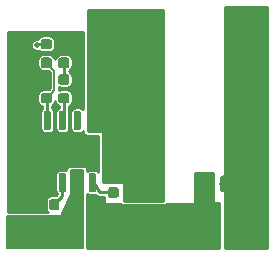
<source format=gtl>
G04 #@! TF.GenerationSoftware,KiCad,Pcbnew,(5.1.0-1558-g0ba0c1724)*
G04 #@! TF.CreationDate,2019-11-25T17:22:07-08:00*
G04 #@! TF.ProjectId,MP-Power,4d502d50-6f77-4657-922e-6b696361645f,rev?*
G04 #@! TF.SameCoordinates,Original*
G04 #@! TF.FileFunction,Copper,L1,Top*
G04 #@! TF.FilePolarity,Positive*
%FSLAX46Y46*%
G04 Gerber Fmt 4.6, Leading zero omitted, Abs format (unit mm)*
G04 Created by KiCad (PCBNEW (5.1.0-1558-g0ba0c1724)) date 2019-11-25 17:22:07*
%MOMM*%
%LPD*%
G04 APERTURE LIST*
%ADD10C,0.100000*%
%ADD11C,0.975000*%
%ADD12C,2.514000*%
%ADD13C,0.500000*%
%ADD14C,0.600000*%
%ADD15C,0.875000*%
%ADD16R,2.900000X5.400000*%
%ADD17R,1.800000X2.500000*%
%ADD18C,1.250000*%
%ADD19C,0.508000*%
%ADD20C,0.250000*%
%ADD21C,0.152400*%
%ADD22C,0.254000*%
G04 APERTURE END LIST*
D10*
G36*
X125649529Y-80568554D02*
G01*
X125728607Y-80621393D01*
X125781446Y-80700471D01*
X125800000Y-80793750D01*
X125800000Y-81706250D01*
X125781446Y-81799529D01*
X125728607Y-81878607D01*
X125649529Y-81931446D01*
X125556250Y-81950000D01*
X125068750Y-81950000D01*
X124975471Y-81931446D01*
X124896393Y-81878607D01*
X124843554Y-81799529D01*
X124825000Y-81706250D01*
X124825000Y-80793750D01*
X124843554Y-80700471D01*
X124896393Y-80621393D01*
X124975471Y-80568554D01*
X125068750Y-80550000D01*
X125556250Y-80550000D01*
X125649529Y-80568554D01*
X125649529Y-80568554D01*
G37*
D11*
X125312500Y-81250000D03*
D10*
G36*
X127524529Y-80568554D02*
G01*
X127603607Y-80621393D01*
X127656446Y-80700471D01*
X127675000Y-80793750D01*
X127675000Y-81706250D01*
X127656446Y-81799529D01*
X127603607Y-81878607D01*
X127524529Y-81931446D01*
X127431250Y-81950000D01*
X126943750Y-81950000D01*
X126850471Y-81931446D01*
X126771393Y-81878607D01*
X126718554Y-81799529D01*
X126700000Y-81706250D01*
X126700000Y-80793750D01*
X126718554Y-80700471D01*
X126771393Y-80621393D01*
X126850471Y-80568554D01*
X126943750Y-80550000D01*
X127431250Y-80550000D01*
X127524529Y-80568554D01*
X127524529Y-80568554D01*
G37*
D11*
X127187500Y-81250000D03*
D10*
G36*
X115445671Y-77262030D02*
G01*
X115526777Y-77316223D01*
X115580970Y-77397329D01*
X115600000Y-77492999D01*
X115600000Y-79507001D01*
X115580970Y-79602671D01*
X115526777Y-79683777D01*
X115445671Y-79737970D01*
X115350001Y-79757000D01*
X112649999Y-79757000D01*
X112554329Y-79737970D01*
X112473223Y-79683777D01*
X112419030Y-79602671D01*
X112400000Y-79507001D01*
X112400000Y-77492999D01*
X112419030Y-77397329D01*
X112473223Y-77316223D01*
X112554329Y-77262030D01*
X112649999Y-77243000D01*
X115350001Y-77243000D01*
X115445671Y-77262030D01*
X115445671Y-77262030D01*
G37*
D12*
X114000000Y-78500000D03*
D13*
X115000000Y-77800000D03*
X115000000Y-79200000D03*
X114000000Y-77800000D03*
X114000000Y-79200000D03*
X113000000Y-77800000D03*
X113000000Y-79200000D03*
D10*
G36*
X116112403Y-75061418D02*
G01*
X116161066Y-75093934D01*
X116193582Y-75142597D01*
X116205000Y-75200000D01*
X116205000Y-76525000D01*
X116193582Y-76582403D01*
X116161066Y-76631066D01*
X116112403Y-76663582D01*
X116055000Y-76675000D01*
X115755000Y-76675000D01*
X115697597Y-76663582D01*
X115648934Y-76631066D01*
X115616418Y-76582403D01*
X115605000Y-76525000D01*
X115605000Y-75200000D01*
X115616418Y-75142597D01*
X115648934Y-75093934D01*
X115697597Y-75061418D01*
X115755000Y-75050000D01*
X116055000Y-75050000D01*
X116112403Y-75061418D01*
X116112403Y-75061418D01*
G37*
D14*
X115905000Y-75862500D03*
D10*
G36*
X114842403Y-75061418D02*
G01*
X114891066Y-75093934D01*
X114923582Y-75142597D01*
X114935000Y-75200000D01*
X114935000Y-76525000D01*
X114923582Y-76582403D01*
X114891066Y-76631066D01*
X114842403Y-76663582D01*
X114785000Y-76675000D01*
X114485000Y-76675000D01*
X114427597Y-76663582D01*
X114378934Y-76631066D01*
X114346418Y-76582403D01*
X114335000Y-76525000D01*
X114335000Y-75200000D01*
X114346418Y-75142597D01*
X114378934Y-75093934D01*
X114427597Y-75061418D01*
X114485000Y-75050000D01*
X114785000Y-75050000D01*
X114842403Y-75061418D01*
X114842403Y-75061418D01*
G37*
D14*
X114635000Y-75862500D03*
D10*
G36*
X113572403Y-75061418D02*
G01*
X113621066Y-75093934D01*
X113653582Y-75142597D01*
X113665000Y-75200000D01*
X113665000Y-76525000D01*
X113653582Y-76582403D01*
X113621066Y-76631066D01*
X113572403Y-76663582D01*
X113515000Y-76675000D01*
X113215000Y-76675000D01*
X113157597Y-76663582D01*
X113108934Y-76631066D01*
X113076418Y-76582403D01*
X113065000Y-76525000D01*
X113065000Y-75200000D01*
X113076418Y-75142597D01*
X113108934Y-75093934D01*
X113157597Y-75061418D01*
X113215000Y-75050000D01*
X113515000Y-75050000D01*
X113572403Y-75061418D01*
X113572403Y-75061418D01*
G37*
D14*
X113365000Y-75862500D03*
D10*
G36*
X112302403Y-75061418D02*
G01*
X112351066Y-75093934D01*
X112383582Y-75142597D01*
X112395000Y-75200000D01*
X112395000Y-76525000D01*
X112383582Y-76582403D01*
X112351066Y-76631066D01*
X112302403Y-76663582D01*
X112245000Y-76675000D01*
X111945000Y-76675000D01*
X111887597Y-76663582D01*
X111838934Y-76631066D01*
X111806418Y-76582403D01*
X111795000Y-76525000D01*
X111795000Y-75200000D01*
X111806418Y-75142597D01*
X111838934Y-75093934D01*
X111887597Y-75061418D01*
X111945000Y-75050000D01*
X112245000Y-75050000D01*
X112302403Y-75061418D01*
X112302403Y-75061418D01*
G37*
D14*
X112095000Y-75862500D03*
D10*
G36*
X112302403Y-80336418D02*
G01*
X112351066Y-80368934D01*
X112383582Y-80417597D01*
X112395000Y-80475000D01*
X112395000Y-81800000D01*
X112383582Y-81857403D01*
X112351066Y-81906066D01*
X112302403Y-81938582D01*
X112245000Y-81950000D01*
X111945000Y-81950000D01*
X111887597Y-81938582D01*
X111838934Y-81906066D01*
X111806418Y-81857403D01*
X111795000Y-81800000D01*
X111795000Y-80475000D01*
X111806418Y-80417597D01*
X111838934Y-80368934D01*
X111887597Y-80336418D01*
X111945000Y-80325000D01*
X112245000Y-80325000D01*
X112302403Y-80336418D01*
X112302403Y-80336418D01*
G37*
D14*
X112095000Y-81137500D03*
D10*
G36*
X113572403Y-80336418D02*
G01*
X113621066Y-80368934D01*
X113653582Y-80417597D01*
X113665000Y-80475000D01*
X113665000Y-81800000D01*
X113653582Y-81857403D01*
X113621066Y-81906066D01*
X113572403Y-81938582D01*
X113515000Y-81950000D01*
X113215000Y-81950000D01*
X113157597Y-81938582D01*
X113108934Y-81906066D01*
X113076418Y-81857403D01*
X113065000Y-81800000D01*
X113065000Y-80475000D01*
X113076418Y-80417597D01*
X113108934Y-80368934D01*
X113157597Y-80336418D01*
X113215000Y-80325000D01*
X113515000Y-80325000D01*
X113572403Y-80336418D01*
X113572403Y-80336418D01*
G37*
D14*
X113365000Y-81137500D03*
D10*
G36*
X114842403Y-80336418D02*
G01*
X114891066Y-80368934D01*
X114923582Y-80417597D01*
X114935000Y-80475000D01*
X114935000Y-81800000D01*
X114923582Y-81857403D01*
X114891066Y-81906066D01*
X114842403Y-81938582D01*
X114785000Y-81950000D01*
X114485000Y-81950000D01*
X114427597Y-81938582D01*
X114378934Y-81906066D01*
X114346418Y-81857403D01*
X114335000Y-81800000D01*
X114335000Y-80475000D01*
X114346418Y-80417597D01*
X114378934Y-80368934D01*
X114427597Y-80336418D01*
X114485000Y-80325000D01*
X114785000Y-80325000D01*
X114842403Y-80336418D01*
X114842403Y-80336418D01*
G37*
D14*
X114635000Y-81137500D03*
D10*
G36*
X116112403Y-80336418D02*
G01*
X116161066Y-80368934D01*
X116193582Y-80417597D01*
X116205000Y-80475000D01*
X116205000Y-81800000D01*
X116193582Y-81857403D01*
X116161066Y-81906066D01*
X116112403Y-81938582D01*
X116055000Y-81950000D01*
X115755000Y-81950000D01*
X115697597Y-81938582D01*
X115648934Y-81906066D01*
X115616418Y-81857403D01*
X115605000Y-81800000D01*
X115605000Y-80475000D01*
X115616418Y-80417597D01*
X115648934Y-80368934D01*
X115697597Y-80336418D01*
X115755000Y-80325000D01*
X116055000Y-80325000D01*
X116112403Y-80336418D01*
X116112403Y-80336418D01*
G37*
D14*
X115905000Y-81137500D03*
D10*
G36*
X112339962Y-71991651D02*
G01*
X112410930Y-72039070D01*
X112458349Y-72110038D01*
X112475000Y-72193750D01*
X112475000Y-72631250D01*
X112458349Y-72714962D01*
X112410930Y-72785930D01*
X112339962Y-72833349D01*
X112256250Y-72850000D01*
X111743750Y-72850000D01*
X111660038Y-72833349D01*
X111589070Y-72785930D01*
X111541651Y-72714962D01*
X111525000Y-72631250D01*
X111525000Y-72193750D01*
X111541651Y-72110038D01*
X111589070Y-72039070D01*
X111660038Y-71991651D01*
X111743750Y-71975000D01*
X112256250Y-71975000D01*
X112339962Y-71991651D01*
X112339962Y-71991651D01*
G37*
D15*
X112000000Y-72412500D03*
D10*
G36*
X112339962Y-73566651D02*
G01*
X112410930Y-73614070D01*
X112458349Y-73685038D01*
X112475000Y-73768750D01*
X112475000Y-74206250D01*
X112458349Y-74289962D01*
X112410930Y-74360930D01*
X112339962Y-74408349D01*
X112256250Y-74425000D01*
X111743750Y-74425000D01*
X111660038Y-74408349D01*
X111589070Y-74360930D01*
X111541651Y-74289962D01*
X111525000Y-74206250D01*
X111525000Y-73768750D01*
X111541651Y-73685038D01*
X111589070Y-73614070D01*
X111660038Y-73566651D01*
X111743750Y-73550000D01*
X112256250Y-73550000D01*
X112339962Y-73566651D01*
X112339962Y-73566651D01*
G37*
D15*
X112000000Y-73987500D03*
D10*
G36*
X112339962Y-70566651D02*
G01*
X112410930Y-70614070D01*
X112458349Y-70685038D01*
X112475000Y-70768750D01*
X112475000Y-71206250D01*
X112458349Y-71289962D01*
X112410930Y-71360930D01*
X112339962Y-71408349D01*
X112256250Y-71425000D01*
X111743750Y-71425000D01*
X111660038Y-71408349D01*
X111589070Y-71360930D01*
X111541651Y-71289962D01*
X111525000Y-71206250D01*
X111525000Y-70768750D01*
X111541651Y-70685038D01*
X111589070Y-70614070D01*
X111660038Y-70566651D01*
X111743750Y-70550000D01*
X112256250Y-70550000D01*
X112339962Y-70566651D01*
X112339962Y-70566651D01*
G37*
D15*
X112000000Y-70987500D03*
D10*
G36*
X112339962Y-68991651D02*
G01*
X112410930Y-69039070D01*
X112458349Y-69110038D01*
X112475000Y-69193750D01*
X112475000Y-69631250D01*
X112458349Y-69714962D01*
X112410930Y-69785930D01*
X112339962Y-69833349D01*
X112256250Y-69850000D01*
X111743750Y-69850000D01*
X111660038Y-69833349D01*
X111589070Y-69785930D01*
X111541651Y-69714962D01*
X111525000Y-69631250D01*
X111525000Y-69193750D01*
X111541651Y-69110038D01*
X111589070Y-69039070D01*
X111660038Y-68991651D01*
X111743750Y-68975000D01*
X112256250Y-68975000D01*
X112339962Y-68991651D01*
X112339962Y-68991651D01*
G37*
D15*
X112000000Y-69412500D03*
D10*
G36*
X113839962Y-68991651D02*
G01*
X113910930Y-69039070D01*
X113958349Y-69110038D01*
X113975000Y-69193750D01*
X113975000Y-69631250D01*
X113958349Y-69714962D01*
X113910930Y-69785930D01*
X113839962Y-69833349D01*
X113756250Y-69850000D01*
X113243750Y-69850000D01*
X113160038Y-69833349D01*
X113089070Y-69785930D01*
X113041651Y-69714962D01*
X113025000Y-69631250D01*
X113025000Y-69193750D01*
X113041651Y-69110038D01*
X113089070Y-69039070D01*
X113160038Y-68991651D01*
X113243750Y-68975000D01*
X113756250Y-68975000D01*
X113839962Y-68991651D01*
X113839962Y-68991651D01*
G37*
D15*
X113500000Y-69412500D03*
D10*
G36*
X113839962Y-70566651D02*
G01*
X113910930Y-70614070D01*
X113958349Y-70685038D01*
X113975000Y-70768750D01*
X113975000Y-71206250D01*
X113958349Y-71289962D01*
X113910930Y-71360930D01*
X113839962Y-71408349D01*
X113756250Y-71425000D01*
X113243750Y-71425000D01*
X113160038Y-71408349D01*
X113089070Y-71360930D01*
X113041651Y-71289962D01*
X113025000Y-71206250D01*
X113025000Y-70768750D01*
X113041651Y-70685038D01*
X113089070Y-70614070D01*
X113160038Y-70566651D01*
X113243750Y-70550000D01*
X113756250Y-70550000D01*
X113839962Y-70566651D01*
X113839962Y-70566651D01*
G37*
D15*
X113500000Y-70987500D03*
D10*
G36*
X111414962Y-82541651D02*
G01*
X111485930Y-82589070D01*
X111533349Y-82660038D01*
X111550000Y-82743750D01*
X111550000Y-83256250D01*
X111533349Y-83339962D01*
X111485930Y-83410930D01*
X111414962Y-83458349D01*
X111331250Y-83475000D01*
X110893750Y-83475000D01*
X110810038Y-83458349D01*
X110739070Y-83410930D01*
X110691651Y-83339962D01*
X110675000Y-83256250D01*
X110675000Y-82743750D01*
X110691651Y-82660038D01*
X110739070Y-82589070D01*
X110810038Y-82541651D01*
X110893750Y-82525000D01*
X111331250Y-82525000D01*
X111414962Y-82541651D01*
X111414962Y-82541651D01*
G37*
D15*
X111112500Y-83000000D03*
D10*
G36*
X112989962Y-82541651D02*
G01*
X113060930Y-82589070D01*
X113108349Y-82660038D01*
X113125000Y-82743750D01*
X113125000Y-83256250D01*
X113108349Y-83339962D01*
X113060930Y-83410930D01*
X112989962Y-83458349D01*
X112906250Y-83475000D01*
X112468750Y-83475000D01*
X112385038Y-83458349D01*
X112314070Y-83410930D01*
X112266651Y-83339962D01*
X112250000Y-83256250D01*
X112250000Y-82743750D01*
X112266651Y-82660038D01*
X112314070Y-82589070D01*
X112385038Y-82541651D01*
X112468750Y-82525000D01*
X112906250Y-82525000D01*
X112989962Y-82541651D01*
X112989962Y-82541651D01*
G37*
D15*
X112687500Y-83000000D03*
D16*
X128750000Y-73000000D03*
X118850000Y-73000000D03*
D17*
X120300000Y-85200000D03*
X120300000Y-81200000D03*
D10*
G36*
X126199529Y-84218554D02*
G01*
X126278607Y-84271393D01*
X126331446Y-84350471D01*
X126350000Y-84443750D01*
X126350000Y-85356250D01*
X126331446Y-85449529D01*
X126278607Y-85528607D01*
X126199529Y-85581446D01*
X126106250Y-85600000D01*
X125618750Y-85600000D01*
X125525471Y-85581446D01*
X125446393Y-85528607D01*
X125393554Y-85449529D01*
X125375000Y-85356250D01*
X125375000Y-84443750D01*
X125393554Y-84350471D01*
X125446393Y-84271393D01*
X125525471Y-84218554D01*
X125618750Y-84200000D01*
X126106250Y-84200000D01*
X126199529Y-84218554D01*
X126199529Y-84218554D01*
G37*
D11*
X125862500Y-84900000D03*
D10*
G36*
X128074529Y-84218554D02*
G01*
X128153607Y-84271393D01*
X128206446Y-84350471D01*
X128225000Y-84443750D01*
X128225000Y-85356250D01*
X128206446Y-85449529D01*
X128153607Y-85528607D01*
X128074529Y-85581446D01*
X127981250Y-85600000D01*
X127493750Y-85600000D01*
X127400471Y-85581446D01*
X127321393Y-85528607D01*
X127268554Y-85449529D01*
X127250000Y-85356250D01*
X127250000Y-84443750D01*
X127268554Y-84350471D01*
X127321393Y-84271393D01*
X127400471Y-84218554D01*
X127493750Y-84200000D01*
X127981250Y-84200000D01*
X128074529Y-84218554D01*
X128074529Y-84218554D01*
G37*
D11*
X127737500Y-84900000D03*
D10*
G36*
X113839962Y-71991651D02*
G01*
X113910930Y-72039070D01*
X113958349Y-72110038D01*
X113975000Y-72193750D01*
X113975000Y-72631250D01*
X113958349Y-72714962D01*
X113910930Y-72785930D01*
X113839962Y-72833349D01*
X113756250Y-72850000D01*
X113243750Y-72850000D01*
X113160038Y-72833349D01*
X113089070Y-72785930D01*
X113041651Y-72714962D01*
X113025000Y-72631250D01*
X113025000Y-72193750D01*
X113041651Y-72110038D01*
X113089070Y-72039070D01*
X113160038Y-71991651D01*
X113243750Y-71975000D01*
X113756250Y-71975000D01*
X113839962Y-71991651D01*
X113839962Y-71991651D01*
G37*
D15*
X113500000Y-72412500D03*
D10*
G36*
X113839962Y-73566651D02*
G01*
X113910930Y-73614070D01*
X113958349Y-73685038D01*
X113975000Y-73768750D01*
X113975000Y-74206250D01*
X113958349Y-74289962D01*
X113910930Y-74360930D01*
X113839962Y-74408349D01*
X113756250Y-74425000D01*
X113243750Y-74425000D01*
X113160038Y-74408349D01*
X113089070Y-74360930D01*
X113041651Y-74289962D01*
X113025000Y-74206250D01*
X113025000Y-73768750D01*
X113041651Y-73685038D01*
X113089070Y-73614070D01*
X113160038Y-73566651D01*
X113243750Y-73550000D01*
X113756250Y-73550000D01*
X113839962Y-73566651D01*
X113839962Y-73566651D01*
G37*
D15*
X113500000Y-73987500D03*
D10*
G36*
X118039962Y-81566651D02*
G01*
X118110930Y-81614070D01*
X118158349Y-81685038D01*
X118175000Y-81768750D01*
X118175000Y-82206250D01*
X118158349Y-82289962D01*
X118110930Y-82360930D01*
X118039962Y-82408349D01*
X117956250Y-82425000D01*
X117443750Y-82425000D01*
X117360038Y-82408349D01*
X117289070Y-82360930D01*
X117241651Y-82289962D01*
X117225000Y-82206250D01*
X117225000Y-81768750D01*
X117241651Y-81685038D01*
X117289070Y-81614070D01*
X117360038Y-81566651D01*
X117443750Y-81550000D01*
X117956250Y-81550000D01*
X118039962Y-81566651D01*
X118039962Y-81566651D01*
G37*
D15*
X117700000Y-81987500D03*
D10*
G36*
X118039962Y-79991651D02*
G01*
X118110930Y-80039070D01*
X118158349Y-80110038D01*
X118175000Y-80193750D01*
X118175000Y-80631250D01*
X118158349Y-80714962D01*
X118110930Y-80785930D01*
X118039962Y-80833349D01*
X117956250Y-80850000D01*
X117443750Y-80850000D01*
X117360038Y-80833349D01*
X117289070Y-80785930D01*
X117241651Y-80714962D01*
X117225000Y-80631250D01*
X117225000Y-80193750D01*
X117241651Y-80110038D01*
X117289070Y-80039070D01*
X117360038Y-79991651D01*
X117443750Y-79975000D01*
X117956250Y-79975000D01*
X118039962Y-79991651D01*
X118039962Y-79991651D01*
G37*
D15*
X117700000Y-80412500D03*
D10*
G36*
X117470671Y-84144030D02*
G01*
X117551777Y-84198223D01*
X117605970Y-84279329D01*
X117625000Y-84375000D01*
X117625000Y-85625000D01*
X117605970Y-85720671D01*
X117551777Y-85801777D01*
X117470671Y-85855970D01*
X117375000Y-85875000D01*
X116625000Y-85875000D01*
X116529329Y-85855970D01*
X116448223Y-85801777D01*
X116394030Y-85720671D01*
X116375000Y-85625000D01*
X116375000Y-84375000D01*
X116394030Y-84279329D01*
X116448223Y-84198223D01*
X116529329Y-84144030D01*
X116625000Y-84125000D01*
X117375000Y-84125000D01*
X117470671Y-84144030D01*
X117470671Y-84144030D01*
G37*
D18*
X117000000Y-85000000D03*
D10*
G36*
X114670671Y-84144030D02*
G01*
X114751777Y-84198223D01*
X114805970Y-84279329D01*
X114825000Y-84375000D01*
X114825000Y-85625000D01*
X114805970Y-85720671D01*
X114751777Y-85801777D01*
X114670671Y-85855970D01*
X114575000Y-85875000D01*
X113825000Y-85875000D01*
X113729329Y-85855970D01*
X113648223Y-85801777D01*
X113594030Y-85720671D01*
X113575000Y-85625000D01*
X113575000Y-84375000D01*
X113594030Y-84279329D01*
X113648223Y-84198223D01*
X113729329Y-84144030D01*
X113825000Y-84125000D01*
X114575000Y-84125000D01*
X114670671Y-84144030D01*
X114670671Y-84144030D01*
G37*
D18*
X114200000Y-85000000D03*
D19*
X111250000Y-77500000D03*
X111250000Y-78250000D03*
X111250000Y-79000000D03*
X111250000Y-79750000D03*
X110500000Y-79750000D03*
X109750000Y-79750000D03*
X109750000Y-79000000D03*
X109750000Y-78250000D03*
X109750000Y-77500000D03*
X110500000Y-77500000D03*
X110500000Y-78250000D03*
X110500000Y-79000000D03*
X112000000Y-77500000D03*
X112000000Y-78250000D03*
X112000000Y-79000000D03*
X112000000Y-79750000D03*
X124750000Y-84250000D03*
X124750000Y-85000000D03*
X124750000Y-85750000D03*
X118250000Y-84250000D03*
X118250000Y-85000000D03*
X118250000Y-85750000D03*
X119250000Y-83500000D03*
X120000000Y-83500000D03*
X120750000Y-83500000D03*
X121500000Y-83500000D03*
X111250000Y-69500000D03*
X127750000Y-86500000D03*
X115750000Y-83250000D03*
X116500000Y-83250000D03*
X117250000Y-83250000D03*
X118000000Y-83250000D03*
X124750000Y-83500000D03*
X125500000Y-83500000D03*
X126250000Y-83500000D03*
D20*
X113365000Y-81137500D02*
X113365000Y-82322500D01*
X113365000Y-82322500D02*
X112687500Y-83000000D01*
X112095000Y-74082500D02*
X112000000Y-73987500D01*
X112095000Y-75862500D02*
X112095000Y-74082500D01*
X113500000Y-75727500D02*
X113365000Y-75862500D01*
X113500000Y-73987500D02*
X113500000Y-75727500D01*
X113500000Y-70987500D02*
X113500000Y-72412500D01*
D21*
X112457904Y-73529596D02*
X112000000Y-73987500D01*
X112703610Y-71691110D02*
X112703610Y-73283890D01*
X112703610Y-73283890D02*
X112457904Y-73529596D01*
X112000000Y-70987500D02*
X112703610Y-71691110D01*
D22*
X116275710Y-81508210D02*
X116275710Y-81675710D01*
X115905000Y-81137500D02*
X116275710Y-81508210D01*
X116587500Y-81987500D02*
X117700000Y-81987500D01*
X116275710Y-81675710D02*
X116587500Y-81987500D01*
X112000000Y-69412500D02*
X111337500Y-69412500D01*
X111337500Y-69412500D02*
X111250000Y-69500000D01*
G36*
X126124000Y-82876000D02*
G01*
X126674000Y-82876000D01*
X126674000Y-86721600D01*
X115478400Y-86721600D01*
X115478400Y-82125512D01*
X115590785Y-82200605D01*
X115745528Y-82231386D01*
X116064472Y-82231386D01*
X116219215Y-82200605D01*
X116224052Y-82197373D01*
X116251951Y-82225273D01*
X116262074Y-82246354D01*
X116316795Y-82290116D01*
X116333144Y-82306466D01*
X116352271Y-82318487D01*
X116406565Y-82361908D01*
X116429834Y-82367238D01*
X116450065Y-82379953D01*
X116519746Y-82387830D01*
X116541883Y-82392900D01*
X116564593Y-82392900D01*
X116633851Y-82400730D01*
X116656273Y-82392900D01*
X116874000Y-82392900D01*
X116874000Y-82926000D01*
X118250917Y-82926000D01*
X118255050Y-82941423D01*
X118358577Y-83044950D01*
X118483412Y-83078400D01*
X122016588Y-83078400D01*
X122141423Y-83044950D01*
X122244950Y-82941423D01*
X122249083Y-82926000D01*
X124626000Y-82926000D01*
X124626000Y-80376000D01*
X126124000Y-80376000D01*
X126124000Y-82876000D01*
X126124000Y-82876000D01*
G37*
X126124000Y-82876000D02*
X126674000Y-82876000D01*
X126674000Y-86721600D01*
X115478400Y-86721600D01*
X115478400Y-82125512D01*
X115590785Y-82200605D01*
X115745528Y-82231386D01*
X116064472Y-82231386D01*
X116219215Y-82200605D01*
X116224052Y-82197373D01*
X116251951Y-82225273D01*
X116262074Y-82246354D01*
X116316795Y-82290116D01*
X116333144Y-82306466D01*
X116352271Y-82318487D01*
X116406565Y-82361908D01*
X116429834Y-82367238D01*
X116450065Y-82379953D01*
X116519746Y-82387830D01*
X116541883Y-82392900D01*
X116564593Y-82392900D01*
X116633851Y-82400730D01*
X116656273Y-82392900D01*
X116874000Y-82392900D01*
X116874000Y-82926000D01*
X118250917Y-82926000D01*
X118255050Y-82941423D01*
X118358577Y-83044950D01*
X118483412Y-83078400D01*
X122016588Y-83078400D01*
X122141423Y-83044950D01*
X122244950Y-82941423D01*
X122249083Y-82926000D01*
X124626000Y-82926000D01*
X124626000Y-80376000D01*
X126124000Y-80376000D01*
X126124000Y-82876000D01*
G36*
X108778400Y-68376000D02*
G01*
X115121600Y-68376000D01*
X115121600Y-74939994D01*
X115090921Y-74894079D01*
X114949215Y-74799395D01*
X114794472Y-74768614D01*
X114475528Y-74768614D01*
X114320785Y-74799395D01*
X114179079Y-74894079D01*
X114084395Y-75035785D01*
X114053614Y-75190528D01*
X114053614Y-76534472D01*
X114084395Y-76689215D01*
X114179079Y-76830921D01*
X114320785Y-76925605D01*
X114475528Y-76956386D01*
X114794472Y-76956386D01*
X114949215Y-76925605D01*
X115090921Y-76830921D01*
X115121600Y-76785006D01*
X115121600Y-76916588D01*
X115155050Y-77041423D01*
X115258577Y-77144950D01*
X115383412Y-77178400D01*
X116421600Y-77178400D01*
X116421600Y-80259892D01*
X116360921Y-80169079D01*
X116219215Y-80074395D01*
X116064472Y-80043614D01*
X115745528Y-80043614D01*
X115590785Y-80074395D01*
X115478400Y-80149488D01*
X115478400Y-79983412D01*
X115444950Y-79858577D01*
X115341423Y-79755050D01*
X115216588Y-79721600D01*
X113983412Y-79721600D01*
X113858577Y-79755050D01*
X113755050Y-79858577D01*
X113721600Y-79983412D01*
X113721600Y-80102715D01*
X113679215Y-80074395D01*
X113524472Y-80043614D01*
X113205528Y-80043614D01*
X113050785Y-80074395D01*
X112909079Y-80169079D01*
X112814395Y-80310785D01*
X112783614Y-80465528D01*
X112783614Y-81809472D01*
X112814395Y-81964215D01*
X112909079Y-82105921D01*
X112961601Y-82141014D01*
X112961601Y-82155405D01*
X112873393Y-82243614D01*
X112460625Y-82243614D01*
X112279057Y-82279731D01*
X112114610Y-82389610D01*
X112004731Y-82554057D01*
X111968614Y-82735625D01*
X111968614Y-83264375D01*
X112004731Y-83445943D01*
X112114610Y-83610390D01*
X112131387Y-83621600D01*
X108778400Y-83621600D01*
X108778400Y-73760625D01*
X111243614Y-73760625D01*
X111243614Y-74214375D01*
X111279731Y-74395943D01*
X111389610Y-74560390D01*
X111554057Y-74670269D01*
X111691601Y-74697629D01*
X111691601Y-74858986D01*
X111639079Y-74894079D01*
X111544395Y-75035785D01*
X111513614Y-75190528D01*
X111513614Y-76534472D01*
X111544395Y-76689215D01*
X111639079Y-76830921D01*
X111780785Y-76925605D01*
X111935528Y-76956386D01*
X112254472Y-76956386D01*
X112409215Y-76925605D01*
X112550921Y-76830921D01*
X112645605Y-76689215D01*
X112676386Y-76534472D01*
X112676386Y-75190528D01*
X112645605Y-75035785D01*
X112550921Y-74894079D01*
X112498400Y-74858986D01*
X112498400Y-74635219D01*
X112610390Y-74560390D01*
X112720269Y-74395943D01*
X112750000Y-74246479D01*
X112779731Y-74395943D01*
X112889610Y-74560390D01*
X113054057Y-74670269D01*
X113096600Y-74678732D01*
X113096601Y-74790281D01*
X113050785Y-74799395D01*
X112909079Y-74894079D01*
X112814395Y-75035785D01*
X112783614Y-75190528D01*
X112783614Y-76534472D01*
X112814395Y-76689215D01*
X112909079Y-76830921D01*
X113050785Y-76925605D01*
X113205528Y-76956386D01*
X113524472Y-76956386D01*
X113679215Y-76925605D01*
X113820921Y-76830921D01*
X113915605Y-76689215D01*
X113946386Y-76534472D01*
X113946386Y-75190528D01*
X113915605Y-75035785D01*
X113903400Y-75017519D01*
X113903400Y-74678732D01*
X113945943Y-74670269D01*
X114110390Y-74560390D01*
X114220269Y-74395943D01*
X114256386Y-74214375D01*
X114256386Y-73760625D01*
X114220269Y-73579057D01*
X114110390Y-73414610D01*
X113945943Y-73304731D01*
X113764375Y-73268614D01*
X113235625Y-73268614D01*
X113058210Y-73303905D01*
X113058210Y-73096095D01*
X113235625Y-73131386D01*
X113764375Y-73131386D01*
X113945943Y-73095269D01*
X114110390Y-72985390D01*
X114220269Y-72820943D01*
X114256386Y-72639375D01*
X114256386Y-72185625D01*
X114220269Y-72004057D01*
X114110390Y-71839610D01*
X113945943Y-71729731D01*
X113903400Y-71721268D01*
X113903400Y-71678732D01*
X113945943Y-71670269D01*
X114110390Y-71560390D01*
X114220269Y-71395943D01*
X114256386Y-71214375D01*
X114256386Y-70760625D01*
X114220269Y-70579057D01*
X114110390Y-70414610D01*
X113945943Y-70304731D01*
X113764375Y-70268614D01*
X113235625Y-70268614D01*
X113054057Y-70304731D01*
X112889610Y-70414610D01*
X112779731Y-70579057D01*
X112750000Y-70728521D01*
X112720269Y-70579057D01*
X112610390Y-70414610D01*
X112445943Y-70304731D01*
X112264375Y-70268614D01*
X111735625Y-70268614D01*
X111554057Y-70304731D01*
X111389610Y-70414610D01*
X111279731Y-70579057D01*
X111243614Y-70760625D01*
X111243614Y-71214375D01*
X111279731Y-71395943D01*
X111389610Y-71560390D01*
X111554057Y-71670269D01*
X111735625Y-71706386D01*
X112217406Y-71706386D01*
X112349010Y-71837990D01*
X112349011Y-73137009D01*
X112242904Y-73243117D01*
X112242902Y-73243118D01*
X112217406Y-73268614D01*
X111735625Y-73268614D01*
X111554057Y-73304731D01*
X111389610Y-73414610D01*
X111279731Y-73579057D01*
X111243614Y-73760625D01*
X108778400Y-73760625D01*
X108778400Y-70760625D01*
X108778400Y-69605436D01*
X110717508Y-69605436D01*
X110798391Y-69801186D01*
X110948027Y-69951084D01*
X111143635Y-70032306D01*
X111355436Y-70032492D01*
X111420110Y-70005769D01*
X111554057Y-70095269D01*
X111735625Y-70131386D01*
X112264375Y-70131386D01*
X112445943Y-70095269D01*
X112610390Y-69985390D01*
X112720269Y-69820943D01*
X112756386Y-69639375D01*
X112756386Y-69185625D01*
X112720269Y-69004057D01*
X112610390Y-68839610D01*
X112445943Y-68729731D01*
X112264375Y-68693614D01*
X111735625Y-68693614D01*
X111554057Y-68729731D01*
X111389610Y-68839610D01*
X111304058Y-68967648D01*
X111144564Y-68967508D01*
X110948814Y-69048391D01*
X110798916Y-69198027D01*
X110717694Y-69393635D01*
X110717508Y-69605436D01*
X108778400Y-69605436D01*
X108778400Y-68376000D01*
X108778400Y-68376000D01*
G37*
X108778400Y-68376000D02*
X115121600Y-68376000D01*
X115121600Y-74939994D01*
X115090921Y-74894079D01*
X114949215Y-74799395D01*
X114794472Y-74768614D01*
X114475528Y-74768614D01*
X114320785Y-74799395D01*
X114179079Y-74894079D01*
X114084395Y-75035785D01*
X114053614Y-75190528D01*
X114053614Y-76534472D01*
X114084395Y-76689215D01*
X114179079Y-76830921D01*
X114320785Y-76925605D01*
X114475528Y-76956386D01*
X114794472Y-76956386D01*
X114949215Y-76925605D01*
X115090921Y-76830921D01*
X115121600Y-76785006D01*
X115121600Y-76916588D01*
X115155050Y-77041423D01*
X115258577Y-77144950D01*
X115383412Y-77178400D01*
X116421600Y-77178400D01*
X116421600Y-80259892D01*
X116360921Y-80169079D01*
X116219215Y-80074395D01*
X116064472Y-80043614D01*
X115745528Y-80043614D01*
X115590785Y-80074395D01*
X115478400Y-80149488D01*
X115478400Y-79983412D01*
X115444950Y-79858577D01*
X115341423Y-79755050D01*
X115216588Y-79721600D01*
X113983412Y-79721600D01*
X113858577Y-79755050D01*
X113755050Y-79858577D01*
X113721600Y-79983412D01*
X113721600Y-80102715D01*
X113679215Y-80074395D01*
X113524472Y-80043614D01*
X113205528Y-80043614D01*
X113050785Y-80074395D01*
X112909079Y-80169079D01*
X112814395Y-80310785D01*
X112783614Y-80465528D01*
X112783614Y-81809472D01*
X112814395Y-81964215D01*
X112909079Y-82105921D01*
X112961601Y-82141014D01*
X112961601Y-82155405D01*
X112873393Y-82243614D01*
X112460625Y-82243614D01*
X112279057Y-82279731D01*
X112114610Y-82389610D01*
X112004731Y-82554057D01*
X111968614Y-82735625D01*
X111968614Y-83264375D01*
X112004731Y-83445943D01*
X112114610Y-83610390D01*
X112131387Y-83621600D01*
X108778400Y-83621600D01*
X108778400Y-73760625D01*
X111243614Y-73760625D01*
X111243614Y-74214375D01*
X111279731Y-74395943D01*
X111389610Y-74560390D01*
X111554057Y-74670269D01*
X111691601Y-74697629D01*
X111691601Y-74858986D01*
X111639079Y-74894079D01*
X111544395Y-75035785D01*
X111513614Y-75190528D01*
X111513614Y-76534472D01*
X111544395Y-76689215D01*
X111639079Y-76830921D01*
X111780785Y-76925605D01*
X111935528Y-76956386D01*
X112254472Y-76956386D01*
X112409215Y-76925605D01*
X112550921Y-76830921D01*
X112645605Y-76689215D01*
X112676386Y-76534472D01*
X112676386Y-75190528D01*
X112645605Y-75035785D01*
X112550921Y-74894079D01*
X112498400Y-74858986D01*
X112498400Y-74635219D01*
X112610390Y-74560390D01*
X112720269Y-74395943D01*
X112750000Y-74246479D01*
X112779731Y-74395943D01*
X112889610Y-74560390D01*
X113054057Y-74670269D01*
X113096600Y-74678732D01*
X113096601Y-74790281D01*
X113050785Y-74799395D01*
X112909079Y-74894079D01*
X112814395Y-75035785D01*
X112783614Y-75190528D01*
X112783614Y-76534472D01*
X112814395Y-76689215D01*
X112909079Y-76830921D01*
X113050785Y-76925605D01*
X113205528Y-76956386D01*
X113524472Y-76956386D01*
X113679215Y-76925605D01*
X113820921Y-76830921D01*
X113915605Y-76689215D01*
X113946386Y-76534472D01*
X113946386Y-75190528D01*
X113915605Y-75035785D01*
X113903400Y-75017519D01*
X113903400Y-74678732D01*
X113945943Y-74670269D01*
X114110390Y-74560390D01*
X114220269Y-74395943D01*
X114256386Y-74214375D01*
X114256386Y-73760625D01*
X114220269Y-73579057D01*
X114110390Y-73414610D01*
X113945943Y-73304731D01*
X113764375Y-73268614D01*
X113235625Y-73268614D01*
X113058210Y-73303905D01*
X113058210Y-73096095D01*
X113235625Y-73131386D01*
X113764375Y-73131386D01*
X113945943Y-73095269D01*
X114110390Y-72985390D01*
X114220269Y-72820943D01*
X114256386Y-72639375D01*
X114256386Y-72185625D01*
X114220269Y-72004057D01*
X114110390Y-71839610D01*
X113945943Y-71729731D01*
X113903400Y-71721268D01*
X113903400Y-71678732D01*
X113945943Y-71670269D01*
X114110390Y-71560390D01*
X114220269Y-71395943D01*
X114256386Y-71214375D01*
X114256386Y-70760625D01*
X114220269Y-70579057D01*
X114110390Y-70414610D01*
X113945943Y-70304731D01*
X113764375Y-70268614D01*
X113235625Y-70268614D01*
X113054057Y-70304731D01*
X112889610Y-70414610D01*
X112779731Y-70579057D01*
X112750000Y-70728521D01*
X112720269Y-70579057D01*
X112610390Y-70414610D01*
X112445943Y-70304731D01*
X112264375Y-70268614D01*
X111735625Y-70268614D01*
X111554057Y-70304731D01*
X111389610Y-70414610D01*
X111279731Y-70579057D01*
X111243614Y-70760625D01*
X111243614Y-71214375D01*
X111279731Y-71395943D01*
X111389610Y-71560390D01*
X111554057Y-71670269D01*
X111735625Y-71706386D01*
X112217406Y-71706386D01*
X112349010Y-71837990D01*
X112349011Y-73137009D01*
X112242904Y-73243117D01*
X112242902Y-73243118D01*
X112217406Y-73268614D01*
X111735625Y-73268614D01*
X111554057Y-73304731D01*
X111389610Y-73414610D01*
X111279731Y-73579057D01*
X111243614Y-73760625D01*
X108778400Y-73760625D01*
X108778400Y-70760625D01*
X108778400Y-69605436D01*
X110717508Y-69605436D01*
X110798391Y-69801186D01*
X110948027Y-69951084D01*
X111143635Y-70032306D01*
X111355436Y-70032492D01*
X111420110Y-70005769D01*
X111554057Y-70095269D01*
X111735625Y-70131386D01*
X112264375Y-70131386D01*
X112445943Y-70095269D01*
X112610390Y-69985390D01*
X112720269Y-69820943D01*
X112756386Y-69639375D01*
X112756386Y-69185625D01*
X112720269Y-69004057D01*
X112610390Y-68839610D01*
X112445943Y-68729731D01*
X112264375Y-68693614D01*
X111735625Y-68693614D01*
X111554057Y-68729731D01*
X111389610Y-68839610D01*
X111304058Y-68967648D01*
X111144564Y-68967508D01*
X110948814Y-69048391D01*
X110798916Y-69198027D01*
X110717694Y-69393635D01*
X110717508Y-69605436D01*
X108778400Y-69605436D01*
X108778400Y-68376000D01*
D21*
G36*
X115124800Y-86724800D02*
G01*
X108727600Y-86724800D01*
X108727600Y-83975200D01*
X113248870Y-83975200D01*
X114075200Y-82115959D01*
X114075200Y-80075200D01*
X115124800Y-80075200D01*
X115124800Y-86724800D01*
X115124800Y-86724800D01*
G37*
X115124800Y-86724800D02*
X108727600Y-86724800D01*
X108727600Y-83975200D01*
X113248870Y-83975200D01*
X114075200Y-82115959D01*
X114075200Y-80075200D01*
X115124800Y-80075200D01*
X115124800Y-86724800D01*
D22*
G36*
X121874000Y-82674000D02*
G01*
X118626000Y-82674000D01*
X118626000Y-81074000D01*
X116826000Y-81074000D01*
X116826000Y-76774000D01*
X115526000Y-76774000D01*
X115526000Y-66526000D01*
X121874000Y-66526000D01*
X121874000Y-82674000D01*
X121874000Y-82674000D01*
G37*
X121874000Y-82674000D02*
X118626000Y-82674000D01*
X118626000Y-81074000D01*
X116826000Y-81074000D01*
X116826000Y-76774000D01*
X115526000Y-76774000D01*
X115526000Y-66526000D01*
X121874000Y-66526000D01*
X121874000Y-82674000D01*
G36*
X130721601Y-86721600D02*
G01*
X127126000Y-86721600D01*
X127126000Y-66278400D01*
X130721600Y-66278400D01*
X130721601Y-86721600D01*
X130721601Y-86721600D01*
G37*
X130721601Y-86721600D02*
X127126000Y-86721600D01*
X127126000Y-66278400D01*
X130721600Y-66278400D01*
X130721601Y-86721600D01*
M02*

</source>
